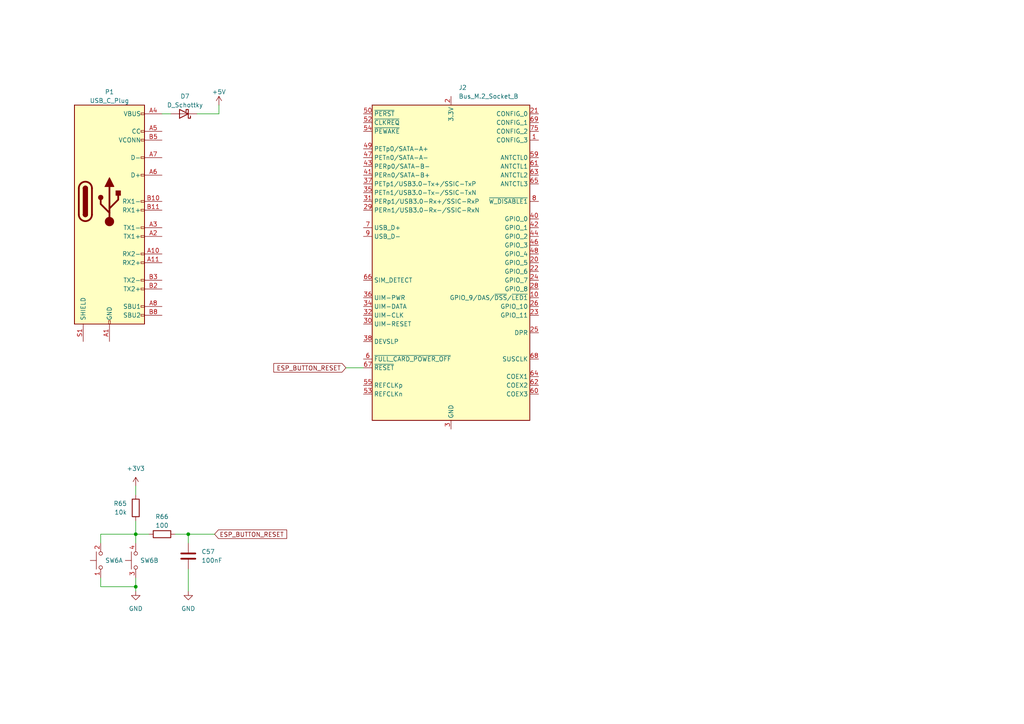
<source format=kicad_sch>
(kicad_sch (version 20231120) (generator "eeschema") (generator_version "8.0")
  (paper "A4")
  (lib_symbols
    (symbol "Connector:Bus_M.2_Socket_B"
      (property "Reference" "J" (at -22.86 46.99 0))
      (property "Value" "Bus_M.2_Socket_B" (at 16.51 46.99 0))
      (symbol "Bus_M.2_Socket_B_0_1"
        (rectangle (start -22.86 45.72) (end 22.86 -45.72) (stroke (width 0.254)) (fill (type background)))
      )
      (symbol "Bus_M.2_Socket_B_1_1"
        (pin input line (at 25.4 35.56 180) (length 2.54) (name "CONFIG_3") (number "1"))
        (pin bidirectional line (at 25.4 -10.16 180) (length 2.54) (name "GPIO_9/DAS/~{DSS}/~{LED1}") (number "10"))
        (pin passive line (at 0 -48.26 90) (length 2.54) hide (name "GND") (number "11"))
        (pin power_in line (at 0 48.26 270) (length 2.54) (name "3.3V") (number "2"))
        (pin bidirectional line (at 25.4 0 180) (length 2.54) (name "GPIO_5") (number "20"))
        (pin input line (at 25.4 43.18 180) (length 2.54) (name "CONFIG_0") (number "21"))
        (pin bidirectional line (at 25.4 -2.54 180) (length 2.54) (name "GPIO_6") (number "22"))
        (pin bidirectional line (at 25.4 -15.24 180) (length 2.54) (name "GPIO_11") (number "23"))
        (pin bidirectional line (at 25.4 -5.08 180) (length 2.54) (name "GPIO_7") (number "24"))
        (pin output line (at 25.4 -20.32 180) (length 2.54) (name "DPR") (number "25"))
        (pin bidirectional line (at 25.4 -12.7 180) (length 2.54) (name "GPIO_10") (number "26"))
        (pin passive line (at 0 -48.26 90) (length 2.54) hide (name "GND") (number "27"))
        (pin bidirectional line (at 25.4 -7.62 180) (length 2.54) (name "GPIO_8") (number "28"))
        (pin input line (at -25.4 15.24 0) (length 2.54) (name "PERn1/USB3.0-Rx-/SSIC-RxN") (number "29"))
        (pin power_in line (at 0 -48.26 90) (length 2.54) (name "GND") (number "3"))
        (pin input line (at -25.4 -17.78 0) (length 2.54) (name "UIM-RESET") (number "30"))
        (pin input line (at -25.4 17.78 0) (length 2.54) (name "PERp1/USB3.0-Rx+/SSIC-RxP") (number "31"))
        (pin input line (at -25.4 -15.24 0) (length 2.54) (name "UIM-CLK") (number "32"))
        (pin passive line (at 0 -48.26 90) (length 2.54) hide (name "GND") (number "33"))
        (pin bidirectional line (at -25.4 -12.7 0) (length 2.54) (name "UIM-DATA") (number "34"))
        (pin output line (at -25.4 20.32 0) (length 2.54) (name "PETn1/USB3.0-Tx-/SSIC-TxN") (number "35"))
        (pin input line (at -25.4 -10.16 0) (length 2.54) (name "UIM-PWR") (number "36"))
        (pin output line (at -25.4 22.86 0) (length 2.54) (name "PETp1/USB3.0-Tx+/SSIC-TxP") (number "37"))
        (pin output line (at -25.4 -22.86 0) (length 2.54) (name "DEVSLP") (number "38"))
        (pin passive line (at 0 -48.26 90) (length 2.54) hide (name "GND") (number "39"))
        (pin passive line (at 0 48.26 270) (length 2.54) hide (name "3.3V") (number "4"))
        (pin bidirectional line (at 25.4 12.7 180) (length 2.54) (name "GPIO_0") (number "40"))
        (pin input line (at -25.4 25.4 0) (length 2.54) (name "PERn0/SATA-B+") (number "41"))
        (pin bidirectional line (at 25.4 10.16 180) (length 2.54) (name "GPIO_1") (number "42"))
        (pin input line (at -25.4 27.94 0) (length 2.54) (name "PERp0/SATA-B-") (number "43"))
        (pin bidirectional line (at 25.4 7.62 180) (length 2.54) (name "GPIO_2") (number "44"))
        (pin passive line (at 0 -48.26 90) (length 2.54) hide (name "GND") (number "45"))
        (pin bidirectional line (at 25.4 5.08 180) (length 2.54) (name "GPIO_3") (number "46"))
        (pin output line (at -25.4 30.48 0) (length 2.54) (name "PETn0/SATA-A-") (number "47"))
        (pin bidirectional line (at 25.4 2.54 180) (length 2.54) (name "GPIO_4") (number "48"))
        (pin output line (at -25.4 33.02 0) (length 2.54) (name "PETp0/SATA-A+") (number "49"))
        (pin passive line (at 0 -48.26 90) (length 2.54) hide (name "GND") (number "5"))
        (pin output line (at -25.4 43.18 0) (length 2.54) (name "~{PERST}") (number "50"))
        (pin passive line (at 0 -48.26 90) (length 2.54) hide (name "GND") (number "51"))
        (pin bidirectional line (at -25.4 40.64 0) (length 2.54) (name "~{CLKREQ}") (number "52"))
        (pin output line (at -25.4 -38.1 0) (length 2.54) (name "REFCLKn") (number "53"))
        (pin bidirectional line (at -25.4 38.1 0) (length 2.54) (name "~{PEWAKE}") (number "54"))
        (pin output line (at -25.4 -35.56 0) (length 2.54) (name "REFCLKp") (number "55"))
        (pin no_connect line (at 22.86 -43.18 180) (length 2.54) hide (name "NC") (number "56"))
        (pin passive line (at 0 -48.26 90) (length 2.54) hide (name "GND") (number "57"))
        (pin no_connect line (at 22.86 -40.64 180) (length 2.54) hide (name "NC") (number "58"))
        (pin input line (at 25.4 30.48 180) (length 2.54) (name "ANTCTL0") (number "59"))
        (pin output line (at -25.4 -27.94 0) (length 2.54) (name "~{FULL_CARD_POWER_OFF}") (number "6"))
        (pin bidirectional line (at 25.4 -38.1 180) (length 2.54) (name "COEX3") (number "60"))
        (pin input line (at 25.4 27.94 180) (length 2.54) (name "ANTCTL1") (number "61"))
        (pin bidirectional line (at 25.4 -35.56 180) (length 2.54) (name "COEX2") (number "62"))
        (pin input line (at 25.4 25.4 180) (length 2.54) (name "ANTCTL2") (number "63"))
        (pin bidirectional line (at 25.4 -33.02 180) (length 2.54) (name "COEX1") (number "64"))
        (pin input line (at 25.4 22.86 180) (length 2.54) (name "ANTCTL3") (number "65"))
        (pin output line (at -25.4 -5.08 0) (length 2.54) (name "SIM_DETECT") (number "66"))
        (pin output line (at -25.4 -30.48 0) (length 2.54) (name "~{RESET}") (number "67"))
        (pin output line (at 25.4 -27.94 180) (length 2.54) (name "SUSCLK") (number "68"))
        (pin input line (at 25.4 40.64 180) (length 2.54) (name "CONFIG_1") (number "69"))
        (pin bidirectional line (at -25.4 10.16 0) (length 2.54) (name "USB_D+") (number "7"))
        (pin passive line (at 0 48.26 270) (length 2.54) hide (name "3.3V") (number "70"))
        (pin passive line (at 0 -48.26 90) (length 2.54) hide (name "GND") (number "71"))
        (pin passive line (at 0 48.26 270) (length 2.54) hide (name "3.3V") (number "72"))
        (pin passive line (at 0 -48.26 90) (length 2.54) hide (name "GND") (number "73"))
        (pin passive line (at 0 48.26 270) (length 2.54) hide (name "3.3V") (number "74"))
        (pin input line (at 25.4 38.1 180) (length 2.54) (name "CONFIG_2") (number "75"))
        (pin output line (at 25.4 17.78 180) (length 2.54) (name "~{W_DISABLE1}") (number "8"))
        (pin bidirectional line (at -25.4 7.62 0) (length 2.54) (name "USB_D-") (number "9"))
      )
    )
    (symbol "Connector:USB_C_Plug" (pin_names (offset 1.016))
      (property "Reference" "P" (at -10.16 29.21 0))
      (property "Value" "USB_C_Plug" (at 10.16 29.21 0))
      (symbol "USB_C_Plug_0_0"
        (rectangle (start -0.254 -35.56) (end 0.254 -34.544))
        (rectangle (start 10.16 -32.766) (end 9.144 -33.274))
        (rectangle (start 10.16 -30.226) (end 9.144 -30.734))
        (rectangle (start 10.16 -25.146) (end 9.144 -25.654))
        (rectangle (start 10.16 -22.606) (end 9.144 -23.114))
        (rectangle (start 10.16 -17.526) (end 9.144 -18.034))
        (rectangle (start 10.16 -14.986) (end 9.144 -15.494))
        (rectangle (start 10.16 -9.906) (end 9.144 -10.414))
        (rectangle (start 10.16 -7.366) (end 9.144 -7.874))
        (rectangle (start 10.16 -2.286) (end 9.144 -2.794))
        (rectangle (start 10.16 0.254) (end 9.144 -0.254))
        (rectangle (start 10.16 7.874) (end 9.144 7.366))
        (rectangle (start 10.16 12.954) (end 9.144 12.446))
        (rectangle (start 10.16 18.034) (end 9.144 17.526))
        (rectangle (start 10.16 20.574) (end 9.144 20.066))
        (rectangle (start 10.16 25.654) (end 9.144 25.146))
      )
      (symbol "USB_C_Plug_0_1"
        (rectangle (start -10.16 27.94) (end 10.16 -35.56) (stroke (width 0.254)) (fill (type background)))
        (arc (start -8.89 -3.81) (mid -6.985 -5.7067) (end -5.08 -3.81) (stroke (width 0.508)))
        (arc (start -7.62 -3.81) (mid -6.985 -4.4423) (end -6.35 -3.81) (stroke (width 0.254)))
        (arc (start -7.62 -3.81) (mid -6.985 -4.4423) (end -6.35 -3.81) (stroke (width 0.254)) (fill (type outline)))
        (rectangle (start -7.62 -3.81) (end -6.35 3.81) (stroke (width 0.254)) (fill (type outline)))
        (arc (start -6.35 3.81) (mid -6.985 4.4423) (end -7.62 3.81) (stroke (width 0.254)))
        (arc (start -6.35 3.81) (mid -6.985 4.4423) (end -7.62 3.81) (stroke (width 0.254)) (fill (type outline)))
        (arc (start -5.08 3.81) (mid -6.985 5.7067) (end -8.89 3.81) (stroke (width 0.508)))
        (polyline (pts (xy -8.89 -3.81) (xy -8.89 3.81)) (stroke (width 0.508)))
        (polyline (pts (xy -5.08 3.81) (xy -5.08 -3.81)) (stroke (width 0.508)))
      )
      (symbol "USB_C_Plug_1_1"
        (circle (center -2.54 1.143) (radius 0.635) (stroke (width 0.254)) (fill (type outline)))
        (circle (center 0 -5.842) (radius 1.27) (fill (type outline)))
        (polyline (pts (xy 0 -5.842) (xy 0 4.318)) (stroke (width 0.508)))
        (polyline (pts (xy 0 -3.302) (xy -2.54 -0.762) (xy -2.54 0.508)) (stroke (width 0.508)))
        (polyline (pts (xy 0 -2.032) (xy 2.54 0.508) (xy 2.54 1.778)) (stroke (width 0.508)))
        (polyline (pts (xy -1.27 4.318) (xy 0 6.858) (xy 1.27 4.318) (xy -1.27 4.318)) (stroke (width 0.254)) (fill (type outline)))
        (rectangle (start 1.905 1.778) (end 3.175 3.048) (stroke (width 0.254)) (fill (type outline)))
        (pin passive line (at 0 -40.64 90) (length 5.08) (name "GND") (number "A1"))
        (pin bidirectional line (at 15.24 -15.24 180) (length 5.08) (name "RX2-") (number "A10"))
        (pin bidirectional line (at 15.24 -17.78 180) (length 5.08) (name "RX2+") (number "A11"))
        (pin passive line (at 0 -40.64 90) (length 5.08) hide (name "GND") (number "A12"))
        (pin bidirectional line (at 15.24 -10.16 180) (length 5.08) (name "TX1+") (number "A2"))
        (pin bidirectional line (at 15.24 -7.62 180) (length 5.08) (name "TX1-") (number "A3"))
        (pin passive line (at 15.24 25.4 180) (length 5.08) (name "VBUS") (number "A4"))
        (pin bidirectional line (at 15.24 20.32 180) (length 5.08) (name "CC") (number "A5"))
        (pin bidirectional line (at 15.24 7.62 180) (length 5.08) (name "D+") (number "A6"))
        (pin bidirectional line (at 15.24 12.7 180) (length 5.08) (name "D-") (number "A7"))
        (pin bidirectional line (at 15.24 -30.48 180) (length 5.08) (name "SBU1") (number "A8"))
        (pin passive line (at 15.24 25.4 180) (length 5.08) hide (name "VBUS") (number "A9"))
        (pin passive line (at 0 -40.64 90) (length 5.08) hide (name "GND") (number "B1"))
        (pin bidirectional line (at 15.24 0 180) (length 5.08) (name "RX1-") (number "B10"))
        (pin bidirectional line (at 15.24 -2.54 180) (length 5.08) (name "RX1+") (number "B11"))
        (pin passive line (at 0 -40.64 90) (length 5.08) hide (name "GND") (number "B12"))
        (pin bidirectional line (at 15.24 -25.4 180) (length 5.08) (name "TX2+") (number "B2"))
        (pin bidirectional line (at 15.24 -22.86 180) (length 5.08) (name "TX2-") (number "B3"))
        (pin passive line (at 15.24 25.4 180) (length 5.08) hide (name "VBUS") (number "B4"))
        (pin bidirectional line (at 15.24 17.78 180) (length 5.08) (name "VCONN") (number "B5"))
        (pin bidirectional line (at 15.24 -33.02 180) (length 5.08) (name "SBU2") (number "B8"))
        (pin passive line (at 15.24 25.4 180) (length 5.08) hide (name "VBUS") (number "B9"))
        (pin passive line (at -7.62 -40.64 90) (length 5.08) (name "SHIELD") (number "S1"))
      )
    )
    (symbol "Device:C" (pin_numbers hide) (pin_names (offset 0.254))
      (property "Reference" "C" (at 0.635 2.54 0))
      (property "Value" "C" (at 0.635 -2.54 0))
      (symbol "C_0_1"
        (polyline (pts (xy -2.032 -0.762) (xy 2.032 -0.762)) (stroke (width 0.508)))
        (polyline (pts (xy -2.032 0.762) (xy 2.032 0.762)) (stroke (width 0.508)))
      )
      (symbol "C_1_1"
        (pin passive line (at 0 3.81 270) (length 2.794) (name "~") (number "1"))
        (pin passive line (at 0 -3.81 90) (length 2.794) (name "~") (number "2"))
      )
    )
    (symbol "Device:D_Schottky" (pin_numbers hide) (pin_names (offset 1.016) hide)
      (property "Reference" "D" (at 0 2.54 0))
      (property "Value" "D_Schottky" (at 0 -2.54 0))
      (symbol "D_Schottky_0_1"
        (polyline (pts (xy 1.27 0) (xy -1.27 0)))
        (polyline (pts (xy 1.27 1.27) (xy 1.27 -1.27) (xy -1.27 0) (xy 1.27 1.27)) (stroke (width 0.254)))
        (polyline (pts (xy -1.905 0.635) (xy -1.905 1.27) (xy -1.27 1.27) (xy -1.27 -1.27) (xy -0.635 -1.27) (xy -0.635 -0.635)) (stroke (width 0.254)))
      )
      (symbol "D_Schottky_1_1"
        (pin passive line (at -3.81 0 0) (length 2.54) (name "K") (number "1"))
        (pin passive line (at 3.81 0 180) (length 2.54) (name "A") (number "2"))
      )
    )
    (symbol "Device:R" (pin_numbers hide) (pin_names (offset 0))
      (property "Reference" "R" (at 2.032 0 90))
      (property "Value" "R" (at 0 0 90))
      (symbol "R_0_1"
        (rectangle (start -1.016 -2.54) (end 1.016 2.54) (stroke (width 0.254)))
      )
      (symbol "R_1_1"
        (pin passive line (at 0 3.81 270) (length 1.27) (name "~") (number "1"))
        (pin passive line (at 0 -3.81 90) (length 1.27) (name "~") (number "2"))
      )
    )
    (symbol "Switch:SW_Push_Dual_x2" (pin_names (offset 1.016) hide)
      (property "Reference" "SW" (at 1.27 2.54 0))
      (property "Value" "SW_Push_Dual_x2" (at 0 -1.524 0))
      (symbol "SW_Push_Dual_x2_0_1"
        (circle (center -2.032 0) (radius 0.508))
        (polyline (pts (xy 0 1.27) (xy 0 3.048)))
        (polyline (pts (xy 2.54 1.27) (xy -2.54 1.27)))
        (circle (center 2.032 0) (radius 0.508))
      )
      (symbol "SW_Push_Dual_x2_1_1"
        (pin passive line (at -5.08 0 0) (length 2.54) (name "C") (number "1"))
        (pin passive line (at 5.08 0 180) (length 2.54) (name "D") (number "2"))
      )
      (symbol "SW_Push_Dual_x2_2_1"
        (pin passive line (at -5.08 0 0) (length 2.54) (name "C") (number "3"))
        (pin passive line (at 5.08 0 180) (length 2.54) (name "D") (number "4"))
      )
    )
    (symbol "power:+3V3" (power) (pin_numbers hide) (pin_names (offset 0) hide)
      (property "Value" "+3V3" (at 0 3.556 0))
      (symbol "+3V3_0_1"
        (polyline (pts (xy -0.762 1.27) (xy 0 2.54)))
        (polyline (pts (xy 0 0) (xy 0 2.54)))
        (polyline (pts (xy 0 2.54) (xy 0.762 1.27)))
      )
      (symbol "+3V3_1_1"
        (pin power_in line (at 0 0 90) (length 0) (name "~") (number "1"))
      )
    )
    (symbol "power:+5V" (power) (pin_names (offset 0))
      (property "Value" "+5V" (at 0 3.556 0))
      (symbol "+5V_0_1"
        (polyline (pts (xy -0.762 1.27) (xy 0 2.54)))
        (polyline (pts (xy 0 0) (xy 0 2.54)))
        (polyline (pts (xy 0 2.54) (xy 0.762 1.27)))
      )
      (symbol "+5V_1_1"
        (pin power_in line (at 0 0 90) (length 0) hide (name "+5V") (number "1"))
      )
    )
    (symbol "power:GND" (power) (pin_numbers hide) (pin_names (offset 0) hide)
      (property "Value" "GND" (at 0 -3.81 0))
      (symbol "GND_0_1"
        (polyline (pts (xy 0 0) (xy 0 -1.27) (xy 1.27 -1.27) (xy 0 -2.54) (xy -1.27 -1.27) (xy 0 -1.27)))
      )
      (symbol "GND_1_1"
        (pin power_in line (at 0 0 270) (length 0) (name "~") (number "1"))
      )
    )
  )
  (junction (at 39.37 170.18))
  (junction (at 39.37 154.94))
  (junction (at 54.61 154.94))
  (wire (pts (xy 39.37 170.18) (xy 39.37 171.45)))
  (wire (pts (xy 39.37 154.94) (xy 39.37 157.48)))
  (wire (pts (xy 46.99 33.02) (xy 49.53 33.02)))
  (wire (pts (xy 54.61 154.94) (xy 54.61 157.48)))
  (wire (pts (xy 39.37 140.97) (xy 39.37 143.51)))
  (wire (pts (xy 29.21 154.94) (xy 39.37 154.94)))
  (wire (pts (xy 54.61 154.94) (xy 62.23 154.94)))
  (wire (pts (xy 29.21 167.64) (xy 29.21 170.18)))
  (wire (pts (xy 39.37 151.13) (xy 39.37 154.94)))
  (wire (pts (xy 54.61 165.1) (xy 54.61 171.45)))
  (wire (pts (xy 29.21 157.48) (xy 29.21 154.94)))
  (wire (pts (xy 39.37 170.18) (xy 39.37 167.64)))
  (wire (pts (xy 63.5 30.48) (xy 63.5 33.02)))
  (wire (pts (xy 50.8 154.94) (xy 54.61 154.94)))
  (wire (pts (xy 29.21 170.18) (xy 39.37 170.18)))
  (wire (pts (xy 39.37 154.94) (xy 43.18 154.94)))
  (wire (pts (xy 100.33 106.68) (xy 105.41 106.68)))
  (wire (pts (xy 57.15 33.02) (xy 63.5 33.02)))
  (global_label "ESP_BUTTON_RESET" (shape input) (at 100.33 106.68 180) (property "Intersheetrefs" "${INTERSHEET_REFS}" (effects (hide yes))))
  (global_label "ESP_BUTTON_RESET" (shape input) (at 62.23 154.94 0) (property "Intersheetrefs" "${INTERSHEET_REFS}" (effects (hide yes))))
  (symbol (lib_id "power:GND") (at 39.37 171.45 0) (unit 1)
    (property "Reference" "#PWR0147" (effects (hide yes)))
    (property "Value" "GND" (at 39.37 176.53 0))
    (property "Description" "Power symbol creates a global label with name \"GND\" , ground" (effects (hide yes)))
  )
  (symbol (lib_id "power:+5V") (at 63.5 30.48 0) (unit 1)
    (property "Reference" "#PWR0149" (effects (hide yes)))
    (property "Value" "+5V" (at 63.5 26.67 0))
  )
  (symbol (lib_id "Device:D_Schottky") (at 53.34 33.02 180) (unit 1)
    (property "Reference" "D7" (at 53.6575 27.94 0))
    (property "Value" "D_Schottky" (at 53.6575 30.48 0))
    (property "Footprint" "Diode_SMD:D_SMB" (effects (hide yes)))
  )
  (symbol (lib_id "Device:C") (at 54.61 161.29 0) (unit 1)
    (property "Reference" "C57" (at 58.42 160.0199 0) (effects (justify left)))
    (property "Value" "100nF" (at 58.42 162.5599 0) (effects (justify left)))
    (property "Description" "Unpolarized capacitor" (effects (hide yes)))
  )
  (symbol (lib_id "Connector:USB_C_Plug") (at 31.75 58.42 0) (unit 1)
    (property "Reference" "P1" (at 31.75 26.67 0))
    (property "Value" "USB_C_Plug" (at 31.75 29.21 0))
    (property "Footprint" "Connector_USB:USB_C_Receptacle_GCT_USB4105-xx-A_16P_TopMnt_Horizontal" (effects (hide yes)))
    (property "Datasheet" "https://www.usb.org/sites/default/files/documents/usb_type-c.zip" (effects (hide yes)))
  )
  (symbol (lib_id "Device:R") (at 46.99 154.94 90) (unit 1)
    (property "Reference" "R66" (at 46.99 149.86 90))
    (property "Value" "100" (at 46.99 152.4 90))
    (property "Footprint" "Resistor_SMD:R_0603_1608Metric" (effects (hide yes)))
    (property "Datasheet" "https://www.tme.eu/hu/details/smd0603-100r/smd-ellenallasok/royal-ohm/0603saj0101t5e/" (effects (hide yes)))
  )
  (symbol (lib_id "power:+3V3") (at 39.37 140.97 0) (unit 1)
    (property "Reference" "#PWR0146" (effects (hide yes)))
    (property "Value" "+3V3" (at 39.37 135.89 0))
    (property "Description" "Power symbol creates a global label with name \"+3V3\"" (effects (hide yes)))
  )
  (symbol (lib_id "Switch:SW_Push_Dual_x2") (at 39.37 162.56 90) (unit 2)
    (property "Reference" "SW6" (at 40.64 162.5599 90) (effects (justify right)))
    (property "Value" "SW_Push_Dual_x2" (effects (hide yes)))
    (property "Description" "Push button switch, generic, separate symbols, four pins" (effects (hide yes)))
  )
  (symbol (lib_id "Device:R") (at 39.37 147.32 0) (mirror x) (unit 1)
    (property "Reference" "R65" (at 36.83 146.0499 0) (effects (justify right)))
    (property "Value" "10k" (at 36.83 148.5899 0) (effects (justify right)))
    (property "Footprint" "Resistor_SMD:R_0603_1608Metric" (effects (hide yes)))
    (property "Datasheet" "https://www.tme.eu/hu/details/smd0603-100r/smd-ellenallasok/royal-ohm/0603saj0101t5e/" (effects (hide yes)))
  )
  (symbol (lib_id "Switch:SW_Push_Dual_x2") (at 29.21 162.56 90) (unit 1)
    (property "Reference" "SW6" (at 30.48 162.5599 90) (effects (justify right)))
    (property "Value" "SW_Push_Dual_x2" (effects (hide yes)))
    (property "Description" "Push button switch, generic, separate symbols, four pins" (effects (hide yes)))
  )
  (symbol (lib_id "power:GND") (at 54.61 171.45 0) (unit 1)
    (property "Reference" "#PWR0148" (effects (hide yes)))
    (property "Value" "GND" (at 54.61 176.53 0))
    (property "Description" "Power symbol creates a global label with name \"GND\" , ground" (effects (hide yes)))
  )
  (symbol (lib_id "Connector:Bus_M.2_Socket_B") (at 130.81 76.2 0) (unit 1)
    (property "Reference" "J2" (at 133.0041 25.4 0) (effects (justify left)))
    (property "Value" "Bus_M.2_Socket_B" (at 133.0041 27.94 0) (effects (justify left)))
    (property "Datasheet" "http://read.pudn.com/downloads794/doc/project/3133918/PCIe_M.2_Electromechanical_Spec_Rev1.0_Final_11012013_RS_Clean.pdf#page=154" (effects (hide yes)))
    (property "Description" "M.2 Socket 2 Mechanical Key B" (effects (hide yes)))
  )
)
</source>
